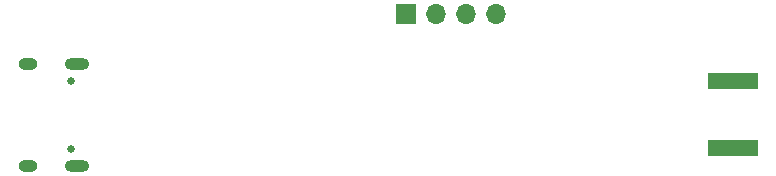
<source format=gbs>
%TF.GenerationSoftware,KiCad,Pcbnew,(6.0.4)*%
%TF.CreationDate,2022-11-28T16:04:11+01:00*%
%TF.ProjectId,STM32F103RF,53544d33-3246-4313-9033-52462e6b6963,1*%
%TF.SameCoordinates,Original*%
%TF.FileFunction,Soldermask,Bot*%
%TF.FilePolarity,Negative*%
%FSLAX46Y46*%
G04 Gerber Fmt 4.6, Leading zero omitted, Abs format (unit mm)*
G04 Created by KiCad (PCBNEW (6.0.4)) date 2022-11-28 16:04:11*
%MOMM*%
%LPD*%
G01*
G04 APERTURE LIST*
%ADD10R,1.700000X1.700000*%
%ADD11O,1.700000X1.700000*%
%ADD12C,0.650000*%
%ADD13O,1.600000X1.000000*%
%ADD14O,2.100000X1.000000*%
%ADD15R,4.200000X1.350000*%
G04 APERTURE END LIST*
D10*
X100968750Y-54237500D03*
D11*
X103508750Y-54237500D03*
X106048750Y-54237500D03*
X108588750Y-54237500D03*
D12*
X72631250Y-65677500D03*
X72631250Y-59897500D03*
D13*
X68981250Y-67107500D03*
D14*
X73161250Y-58467500D03*
D13*
X68981250Y-58467500D03*
D14*
X73161250Y-67107500D03*
D15*
X128637500Y-65612500D03*
X128637500Y-59962500D03*
M02*

</source>
